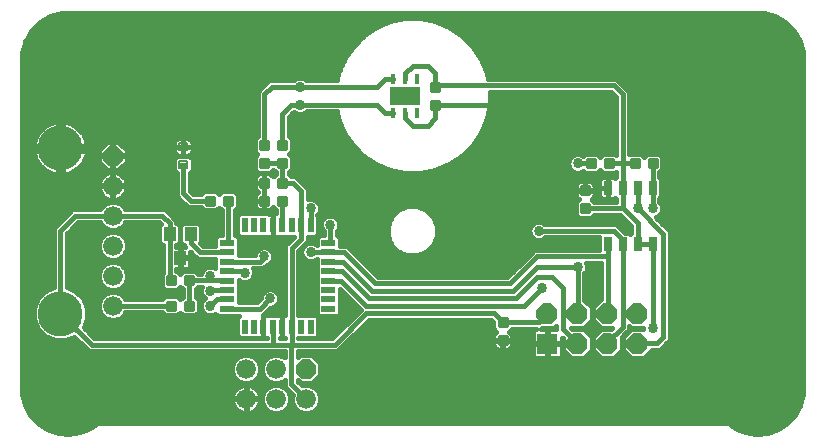
<source format=gtl>
G75*
%MOIN*%
%OFA0B0*%
%FSLAX25Y25*%
%IPPOS*%
%LPD*%
%AMOC8*
5,1,8,0,0,1.08239X$1,22.5*
%
%ADD10R,0.02200X0.05000*%
%ADD11R,0.05000X0.02200*%
%ADD12C,0.00875*%
%ADD13C,0.00750*%
%ADD14R,0.04000X0.04500*%
%ADD15OC8,0.06600*%
%ADD16C,0.06600*%
%ADD17R,0.01772X0.03346*%
%ADD18R,0.09843X0.06299*%
%ADD19R,0.07000X0.07000*%
%ADD20OC8,0.07000*%
%ADD21C,0.15000*%
%ADD22R,0.03000X0.04500*%
%ADD23C,0.01600*%
%ADD24C,0.03369*%
D10*
X0099060Y0044100D03*
X0102209Y0044100D03*
X0105359Y0044100D03*
X0108509Y0044100D03*
X0111658Y0044100D03*
X0114808Y0044100D03*
X0117957Y0044100D03*
X0121107Y0044100D03*
X0121107Y0077900D03*
X0117957Y0077900D03*
X0114808Y0077900D03*
X0111658Y0077900D03*
X0108509Y0077900D03*
X0105359Y0077900D03*
X0102209Y0077900D03*
X0099060Y0077900D03*
D11*
X0093183Y0072024D03*
X0093183Y0068874D03*
X0093183Y0065724D03*
X0093183Y0062575D03*
X0093183Y0059425D03*
X0093183Y0056276D03*
X0093183Y0053126D03*
X0093183Y0049976D03*
X0126983Y0049976D03*
X0126983Y0053126D03*
X0126983Y0056276D03*
X0126983Y0059425D03*
X0126983Y0062575D03*
X0126983Y0065724D03*
X0126983Y0068874D03*
X0126983Y0072024D03*
D12*
X0112896Y0087313D02*
X0110270Y0087313D01*
X0112896Y0087313D02*
X0112896Y0084687D01*
X0110270Y0084687D01*
X0110270Y0087313D01*
X0110270Y0085561D02*
X0112896Y0085561D01*
X0112896Y0086435D02*
X0110270Y0086435D01*
X0110270Y0087309D02*
X0112896Y0087309D01*
X0112896Y0093313D02*
X0110270Y0093313D01*
X0112896Y0093313D02*
X0112896Y0090687D01*
X0110270Y0090687D01*
X0110270Y0093313D01*
X0110270Y0091561D02*
X0112896Y0091561D01*
X0112896Y0092435D02*
X0110270Y0092435D01*
X0110270Y0093309D02*
X0112896Y0093309D01*
X0110270Y0097187D02*
X0110270Y0099813D01*
X0112896Y0099813D01*
X0112896Y0097187D01*
X0110270Y0097187D01*
X0110270Y0098061D02*
X0112896Y0098061D01*
X0112896Y0098935D02*
X0110270Y0098935D01*
X0110270Y0099809D02*
X0112896Y0099809D01*
X0110270Y0103187D02*
X0110270Y0105813D01*
X0112896Y0105813D01*
X0112896Y0103187D01*
X0110270Y0103187D01*
X0110270Y0104061D02*
X0112896Y0104061D01*
X0112896Y0104935D02*
X0110270Y0104935D01*
X0110270Y0105809D02*
X0112896Y0105809D01*
X0104270Y0105813D02*
X0104270Y0103187D01*
X0104270Y0105813D02*
X0106896Y0105813D01*
X0106896Y0103187D01*
X0104270Y0103187D01*
X0104270Y0104061D02*
X0106896Y0104061D01*
X0106896Y0104935D02*
X0104270Y0104935D01*
X0104270Y0105809D02*
X0106896Y0105809D01*
X0104270Y0099813D02*
X0104270Y0097187D01*
X0104270Y0099813D02*
X0106896Y0099813D01*
X0106896Y0097187D01*
X0104270Y0097187D01*
X0104270Y0098061D02*
X0106896Y0098061D01*
X0106896Y0098935D02*
X0104270Y0098935D01*
X0104270Y0099809D02*
X0106896Y0099809D01*
X0106896Y0093313D02*
X0104270Y0093313D01*
X0106896Y0093313D02*
X0106896Y0090687D01*
X0104270Y0090687D01*
X0104270Y0093313D01*
X0104270Y0091561D02*
X0106896Y0091561D01*
X0106896Y0092435D02*
X0104270Y0092435D01*
X0104270Y0093309D02*
X0106896Y0093309D01*
X0106896Y0087313D02*
X0104270Y0087313D01*
X0106896Y0087313D02*
X0106896Y0084687D01*
X0104270Y0084687D01*
X0104270Y0087313D01*
X0104270Y0085561D02*
X0106896Y0085561D01*
X0106896Y0086435D02*
X0104270Y0086435D01*
X0104270Y0087309D02*
X0106896Y0087309D01*
X0094896Y0087313D02*
X0092270Y0087313D01*
X0094896Y0087313D02*
X0094896Y0084687D01*
X0092270Y0084687D01*
X0092270Y0087313D01*
X0092270Y0085561D02*
X0094896Y0085561D01*
X0094896Y0086435D02*
X0092270Y0086435D01*
X0092270Y0087309D02*
X0094896Y0087309D01*
X0088896Y0087313D02*
X0086270Y0087313D01*
X0088896Y0087313D02*
X0088896Y0084687D01*
X0086270Y0084687D01*
X0086270Y0087313D01*
X0086270Y0085561D02*
X0088896Y0085561D01*
X0088896Y0086435D02*
X0086270Y0086435D01*
X0086270Y0087309D02*
X0088896Y0087309D01*
X0081896Y0060813D02*
X0079270Y0060813D01*
X0081896Y0060813D02*
X0081896Y0058187D01*
X0079270Y0058187D01*
X0079270Y0060813D01*
X0079270Y0059061D02*
X0081896Y0059061D01*
X0081896Y0059935D02*
X0079270Y0059935D01*
X0079270Y0060809D02*
X0081896Y0060809D01*
X0075896Y0060813D02*
X0073270Y0060813D01*
X0075896Y0060813D02*
X0075896Y0058187D01*
X0073270Y0058187D01*
X0073270Y0060813D01*
X0073270Y0059061D02*
X0075896Y0059061D01*
X0075896Y0059935D02*
X0073270Y0059935D01*
X0073270Y0060809D02*
X0075896Y0060809D01*
X0075896Y0049687D02*
X0073270Y0049687D01*
X0073270Y0052313D01*
X0075896Y0052313D01*
X0075896Y0049687D01*
X0075896Y0050561D02*
X0073270Y0050561D01*
X0073270Y0051435D02*
X0075896Y0051435D01*
X0075896Y0052309D02*
X0073270Y0052309D01*
X0079270Y0049687D02*
X0081896Y0049687D01*
X0079270Y0049687D02*
X0079270Y0052313D01*
X0081896Y0052313D01*
X0081896Y0049687D01*
X0081896Y0050561D02*
X0079270Y0050561D01*
X0079270Y0051435D02*
X0081896Y0051435D01*
X0081896Y0052309D02*
X0079270Y0052309D01*
X0186396Y0046813D02*
X0186396Y0044187D01*
X0183770Y0044187D01*
X0183770Y0046813D01*
X0186396Y0046813D01*
X0186396Y0045061D02*
X0183770Y0045061D01*
X0183770Y0045935D02*
X0186396Y0045935D01*
X0186396Y0046809D02*
X0183770Y0046809D01*
X0186396Y0040813D02*
X0186396Y0038187D01*
X0183770Y0038187D01*
X0183770Y0040813D01*
X0186396Y0040813D01*
X0186396Y0039061D02*
X0183770Y0039061D01*
X0183770Y0039935D02*
X0186396Y0039935D01*
X0186396Y0040809D02*
X0183770Y0040809D01*
X0213896Y0082187D02*
X0213896Y0084813D01*
X0213896Y0082187D02*
X0211270Y0082187D01*
X0211270Y0084813D01*
X0213896Y0084813D01*
X0213896Y0083061D02*
X0211270Y0083061D01*
X0211270Y0083935D02*
X0213896Y0083935D01*
X0213896Y0084809D02*
X0211270Y0084809D01*
X0213896Y0088187D02*
X0213896Y0090813D01*
X0213896Y0088187D02*
X0211270Y0088187D01*
X0211270Y0090813D01*
X0213896Y0090813D01*
X0213896Y0089061D02*
X0211270Y0089061D01*
X0211270Y0089935D02*
X0213896Y0089935D01*
X0213896Y0090809D02*
X0211270Y0090809D01*
X0213270Y0097187D02*
X0215896Y0097187D01*
X0213270Y0097187D02*
X0213270Y0099813D01*
X0215896Y0099813D01*
X0215896Y0097187D01*
X0215896Y0098061D02*
X0213270Y0098061D01*
X0213270Y0098935D02*
X0215896Y0098935D01*
X0215896Y0099809D02*
X0213270Y0099809D01*
X0219270Y0097187D02*
X0221896Y0097187D01*
X0219270Y0097187D02*
X0219270Y0099813D01*
X0221896Y0099813D01*
X0221896Y0097187D01*
X0221896Y0098061D02*
X0219270Y0098061D01*
X0219270Y0098935D02*
X0221896Y0098935D01*
X0221896Y0099809D02*
X0219270Y0099809D01*
X0227770Y0099813D02*
X0230396Y0099813D01*
X0230396Y0097187D01*
X0227770Y0097187D01*
X0227770Y0099813D01*
X0227770Y0098061D02*
X0230396Y0098061D01*
X0230396Y0098935D02*
X0227770Y0098935D01*
X0227770Y0099809D02*
X0230396Y0099809D01*
X0233770Y0099813D02*
X0236396Y0099813D01*
X0236396Y0097187D01*
X0233770Y0097187D01*
X0233770Y0099813D01*
X0233770Y0098061D02*
X0236396Y0098061D01*
X0236396Y0098935D02*
X0233770Y0098935D01*
X0233770Y0099809D02*
X0236396Y0099809D01*
X0161270Y0116687D02*
X0161270Y0119313D01*
X0163896Y0119313D01*
X0163896Y0116687D01*
X0161270Y0116687D01*
X0161270Y0117561D02*
X0163896Y0117561D01*
X0163896Y0118435D02*
X0161270Y0118435D01*
X0161270Y0119309D02*
X0163896Y0119309D01*
X0161270Y0122687D02*
X0161270Y0125313D01*
X0163896Y0125313D01*
X0163896Y0122687D01*
X0161270Y0122687D01*
X0161270Y0123561D02*
X0163896Y0123561D01*
X0163896Y0124435D02*
X0161270Y0124435D01*
X0161270Y0125309D02*
X0163896Y0125309D01*
D13*
X0079958Y0105125D02*
X0079958Y0102875D01*
X0077208Y0102875D01*
X0077208Y0105125D01*
X0079958Y0105125D01*
X0079958Y0103624D02*
X0077208Y0103624D01*
X0077208Y0104373D02*
X0079958Y0104373D01*
X0079958Y0105122D02*
X0077208Y0105122D01*
X0079958Y0099125D02*
X0079958Y0096875D01*
X0077208Y0096875D01*
X0077208Y0099125D01*
X0079958Y0099125D01*
X0079958Y0097624D02*
X0077208Y0097624D01*
X0077208Y0098373D02*
X0079958Y0098373D01*
X0079958Y0099122D02*
X0077208Y0099122D01*
D14*
X0074083Y0075000D03*
X0081083Y0075000D03*
X0077583Y0067000D03*
D15*
X0055083Y0101000D03*
X0119583Y0030000D03*
D16*
X0109583Y0030000D03*
X0099583Y0030000D03*
X0099583Y0020000D03*
X0109583Y0020000D03*
X0119583Y0020000D03*
X0055083Y0051000D03*
X0055083Y0061000D03*
X0055083Y0071000D03*
X0055083Y0081000D03*
X0055083Y0091000D03*
D17*
X0148646Y0115291D03*
X0152583Y0115291D03*
X0156520Y0115291D03*
X0156520Y0126709D03*
X0152583Y0126709D03*
X0148646Y0126709D03*
D18*
X0152583Y0121000D03*
D19*
X0200012Y0038434D03*
D20*
X0210012Y0038434D03*
X0220012Y0038434D03*
X0230012Y0038434D03*
X0230012Y0048434D03*
X0220012Y0048434D03*
X0210012Y0048434D03*
X0200012Y0048434D03*
D21*
X0037646Y0048441D03*
X0037646Y0103559D03*
D22*
X0220083Y0090300D03*
X0225083Y0090300D03*
X0230083Y0090300D03*
X0235083Y0090300D03*
X0235083Y0071700D03*
X0230083Y0071700D03*
X0225083Y0071700D03*
X0220083Y0071700D03*
D23*
X0027669Y0014729D02*
X0025907Y0018017D01*
X0024998Y0021635D01*
X0024883Y0023500D01*
X0024883Y0133500D01*
X0025013Y0135484D01*
X0026040Y0139317D01*
X0028024Y0142753D01*
X0030830Y0145559D01*
X0034267Y0147543D01*
X0038099Y0148570D01*
X0040083Y0148700D01*
X0270083Y0148700D01*
X0272067Y0148570D01*
X0275900Y0147543D01*
X0279337Y0145559D01*
X0282142Y0142753D01*
X0284126Y0139317D01*
X0285153Y0135484D01*
X0285283Y0133500D01*
X0285283Y0023500D01*
X0285168Y0021635D01*
X0284260Y0018017D01*
X0282498Y0014729D01*
X0279988Y0011970D01*
X0276881Y0009905D01*
X0273365Y0008658D01*
X0269651Y0008306D01*
X0265964Y0008869D01*
X0262524Y0010313D01*
X0261059Y0011277D01*
X0260536Y0011800D01*
X0260350Y0011800D01*
X0260201Y0011912D01*
X0259420Y0011800D01*
X0050747Y0011800D01*
X0049965Y0011912D01*
X0049817Y0011800D01*
X0049631Y0011800D01*
X0049108Y0011277D01*
X0047642Y0010313D01*
X0044203Y0008869D01*
X0040515Y0008306D01*
X0036802Y0008658D01*
X0033286Y0009905D01*
X0030179Y0011970D01*
X0027669Y0014729D01*
X0027669Y0014729D01*
X0027883Y0014494D02*
X0282284Y0014494D01*
X0283229Y0016093D02*
X0122323Y0016093D01*
X0122246Y0016016D02*
X0123568Y0017338D01*
X0124283Y0019065D01*
X0124283Y0020935D01*
X0123568Y0022662D01*
X0122246Y0023984D01*
X0120518Y0024700D01*
X0118648Y0024700D01*
X0118186Y0024508D01*
X0116783Y0025911D01*
X0116783Y0026153D01*
X0117637Y0025300D01*
X0121530Y0025300D01*
X0124283Y0028053D01*
X0124283Y0031947D01*
X0121530Y0034700D01*
X0117637Y0034700D01*
X0116783Y0033847D01*
X0116783Y0035800D01*
X0129995Y0035800D01*
X0140495Y0046300D01*
X0181172Y0046300D01*
X0181933Y0045539D01*
X0181933Y0043426D01*
X0182918Y0042442D01*
X0182643Y0042283D01*
X0182300Y0041941D01*
X0182059Y0041522D01*
X0181933Y0041054D01*
X0181933Y0039575D01*
X0185008Y0039575D01*
X0185008Y0039425D01*
X0181933Y0039425D01*
X0181933Y0037946D01*
X0182059Y0037478D01*
X0182300Y0037059D01*
X0182643Y0036717D01*
X0183062Y0036475D01*
X0183529Y0036350D01*
X0185008Y0036350D01*
X0185008Y0039425D01*
X0185158Y0039425D01*
X0185158Y0036350D01*
X0186638Y0036350D01*
X0187105Y0036475D01*
X0187524Y0036717D01*
X0187866Y0037059D01*
X0188108Y0037478D01*
X0188233Y0037946D01*
X0188233Y0039425D01*
X0185158Y0039425D01*
X0185158Y0039575D01*
X0188233Y0039575D01*
X0188233Y0041054D01*
X0188108Y0041522D01*
X0187866Y0041941D01*
X0187524Y0042283D01*
X0187249Y0042442D01*
X0188107Y0043300D01*
X0196202Y0043300D01*
X0195971Y0043238D01*
X0195652Y0043054D01*
X0195392Y0042793D01*
X0195207Y0042474D01*
X0195112Y0042118D01*
X0195112Y0038618D01*
X0199828Y0038618D01*
X0199828Y0043334D01*
X0198028Y0043334D01*
X0198228Y0043534D01*
X0202042Y0043534D01*
X0202883Y0044376D01*
X0202883Y0043334D01*
X0200196Y0043334D01*
X0200196Y0038618D01*
X0199828Y0038618D01*
X0199828Y0038250D01*
X0199828Y0038249D02*
X0200196Y0038249D01*
X0200196Y0033534D01*
X0203696Y0033534D01*
X0204052Y0033629D01*
X0204371Y0033814D01*
X0204632Y0034074D01*
X0204816Y0034393D01*
X0204912Y0034749D01*
X0204912Y0038250D01*
X0200196Y0038250D01*
X0200196Y0038618D01*
X0204912Y0038618D01*
X0204912Y0040423D01*
X0205112Y0040223D01*
X0205112Y0036404D01*
X0207982Y0033534D01*
X0212042Y0033534D01*
X0214912Y0036404D01*
X0214912Y0040463D01*
X0212042Y0043334D01*
X0208223Y0043334D01*
X0208023Y0043534D01*
X0212042Y0043534D01*
X0214912Y0046404D01*
X0214912Y0050463D01*
X0212283Y0053092D01*
X0212283Y0061838D01*
X0212698Y0062253D01*
X0213168Y0063386D01*
X0213168Y0064613D01*
X0212883Y0065300D01*
X0217883Y0065300D01*
X0217883Y0053235D01*
X0215112Y0050463D01*
X0215112Y0046404D01*
X0217982Y0043534D01*
X0221506Y0043534D01*
X0221306Y0043334D01*
X0217982Y0043334D01*
X0215112Y0040463D01*
X0215112Y0036404D01*
X0217982Y0033534D01*
X0222042Y0033534D01*
X0224912Y0036404D01*
X0224912Y0040463D01*
X0224785Y0040590D01*
X0225995Y0041800D01*
X0227283Y0043089D01*
X0227283Y0044233D01*
X0227982Y0043534D01*
X0231999Y0043534D01*
X0231999Y0043334D01*
X0227982Y0043334D01*
X0225112Y0040463D01*
X0225112Y0036404D01*
X0227982Y0033534D01*
X0232042Y0033534D01*
X0234808Y0036300D01*
X0237495Y0036300D01*
X0238783Y0037589D01*
X0240783Y0039589D01*
X0240783Y0075911D01*
X0239495Y0077200D01*
X0236108Y0080586D01*
X0236830Y0080885D01*
X0237698Y0081753D01*
X0238168Y0082886D01*
X0238168Y0084113D01*
X0237698Y0085247D01*
X0237283Y0085662D01*
X0237283Y0086770D01*
X0237983Y0087470D01*
X0237983Y0093130D01*
X0237283Y0093830D01*
X0237283Y0095476D01*
X0238233Y0096426D01*
X0238233Y0100574D01*
X0237157Y0101650D01*
X0233010Y0101650D01*
X0232083Y0100724D01*
X0231157Y0101650D01*
X0227283Y0101650D01*
X0227283Y0122411D01*
X0225995Y0123700D01*
X0222995Y0126700D01*
X0180255Y0126700D01*
X0179892Y0128526D01*
X0177947Y0133221D01*
X0175123Y0137447D01*
X0171530Y0141040D01*
X0167304Y0143864D01*
X0162609Y0145809D01*
X0157624Y0146800D01*
X0152542Y0146800D01*
X0147558Y0145809D01*
X0142862Y0143864D01*
X0138637Y0141040D01*
X0135043Y0137447D01*
X0132220Y0133221D01*
X0130275Y0128526D01*
X0129812Y0126200D01*
X0119745Y0126200D01*
X0119330Y0126615D01*
X0118197Y0127084D01*
X0116970Y0127084D01*
X0115836Y0126615D01*
X0115422Y0126200D01*
X0107172Y0126200D01*
X0105883Y0124911D01*
X0104672Y0123700D01*
X0103383Y0122411D01*
X0103383Y0107524D01*
X0102433Y0106574D01*
X0102433Y0102426D01*
X0103360Y0101500D01*
X0102433Y0100574D01*
X0102433Y0096426D01*
X0103510Y0095350D01*
X0107657Y0095350D01*
X0108583Y0096276D01*
X0109383Y0095476D01*
X0109383Y0095024D01*
X0108525Y0094165D01*
X0108366Y0094441D01*
X0108024Y0094783D01*
X0107605Y0095025D01*
X0107138Y0095150D01*
X0105658Y0095150D01*
X0105658Y0092075D01*
X0105508Y0092075D01*
X0105508Y0091925D01*
X0102433Y0091925D01*
X0102433Y0090446D01*
X0102559Y0089978D01*
X0102800Y0089559D01*
X0103143Y0089217D01*
X0103519Y0089000D01*
X0103143Y0088783D01*
X0102800Y0088441D01*
X0102559Y0088022D01*
X0102433Y0087554D01*
X0102433Y0086075D01*
X0105508Y0086075D01*
X0105508Y0085925D01*
X0102433Y0085925D01*
X0102433Y0084446D01*
X0102559Y0083978D01*
X0102800Y0083559D01*
X0103143Y0083217D01*
X0103562Y0082975D01*
X0104029Y0082850D01*
X0105508Y0082850D01*
X0105508Y0085925D01*
X0105658Y0085925D01*
X0105658Y0082850D01*
X0107138Y0082850D01*
X0107605Y0082975D01*
X0108024Y0083217D01*
X0108366Y0083559D01*
X0108525Y0083835D01*
X0109383Y0082976D01*
X0109383Y0081800D01*
X0108509Y0081800D01*
X0108509Y0077900D01*
X0108509Y0074000D01*
X0109793Y0074000D01*
X0109939Y0074039D01*
X0109978Y0074000D01*
X0115472Y0074000D01*
X0113896Y0072424D01*
X0112608Y0071136D01*
X0112608Y0048000D01*
X0111658Y0048000D01*
X0110374Y0048000D01*
X0110228Y0047961D01*
X0110188Y0048000D01*
X0106829Y0048000D01*
X0106789Y0047961D01*
X0106643Y0048000D01*
X0105359Y0048000D01*
X0105359Y0044100D01*
X0105359Y0044100D01*
X0105359Y0040200D01*
X0106383Y0040200D01*
X0048999Y0040200D01*
X0045369Y0043829D01*
X0046546Y0046671D01*
X0046546Y0050211D01*
X0045191Y0053482D01*
X0042688Y0055986D01*
X0039783Y0057189D01*
X0039783Y0075089D01*
X0043495Y0078800D01*
X0050907Y0078800D01*
X0051099Y0078338D01*
X0052421Y0077016D01*
X0054148Y0076300D01*
X0056018Y0076300D01*
X0057746Y0077016D01*
X0059068Y0078338D01*
X0059259Y0078800D01*
X0070672Y0078800D01*
X0071163Y0078309D01*
X0070683Y0077830D01*
X0070683Y0072170D01*
X0071503Y0071350D01*
X0071883Y0071350D01*
X0071883Y0062024D01*
X0071433Y0061574D01*
X0071433Y0057426D01*
X0072510Y0056350D01*
X0076657Y0056350D01*
X0077583Y0057276D01*
X0078383Y0056476D01*
X0078383Y0054024D01*
X0077583Y0053224D01*
X0076657Y0054150D01*
X0072510Y0054150D01*
X0071560Y0053200D01*
X0059259Y0053200D01*
X0059068Y0053662D01*
X0057746Y0054984D01*
X0056018Y0055700D01*
X0054148Y0055700D01*
X0052421Y0054984D01*
X0051099Y0053662D01*
X0050383Y0051935D01*
X0050383Y0050065D01*
X0051099Y0048338D01*
X0052421Y0047016D01*
X0054148Y0046300D01*
X0056018Y0046300D01*
X0057746Y0047016D01*
X0059068Y0048338D01*
X0059259Y0048800D01*
X0071560Y0048800D01*
X0072510Y0047850D01*
X0076657Y0047850D01*
X0077583Y0048776D01*
X0078510Y0047850D01*
X0082657Y0047850D01*
X0083733Y0048926D01*
X0083733Y0053074D01*
X0082783Y0054024D01*
X0082783Y0056476D01*
X0083607Y0057300D01*
X0084783Y0057300D01*
X0084499Y0056613D01*
X0084499Y0055386D01*
X0084969Y0054253D01*
X0085722Y0053500D01*
X0084969Y0052747D01*
X0084499Y0051613D01*
X0084499Y0050386D01*
X0084969Y0049253D01*
X0085836Y0048385D01*
X0086970Y0047916D01*
X0088197Y0047916D01*
X0089283Y0048366D01*
X0089283Y0048296D01*
X0090103Y0047476D01*
X0096263Y0047476D01*
X0096563Y0047776D01*
X0097156Y0047776D01*
X0096560Y0047180D01*
X0096560Y0041020D01*
X0097380Y0040200D01*
X0103889Y0040200D01*
X0103928Y0040239D01*
X0104075Y0040200D01*
X0105359Y0040200D01*
X0105359Y0044100D01*
X0105359Y0044100D01*
X0105359Y0048000D01*
X0105195Y0048000D01*
X0107610Y0050416D01*
X0108197Y0050416D01*
X0109330Y0050885D01*
X0110198Y0051753D01*
X0110668Y0052886D01*
X0110668Y0054113D01*
X0110198Y0055247D01*
X0109330Y0056115D01*
X0108197Y0056584D01*
X0106970Y0056584D01*
X0105836Y0056115D01*
X0104969Y0055247D01*
X0104499Y0054113D01*
X0104499Y0053527D01*
X0103148Y0052176D01*
X0097083Y0052176D01*
X0097083Y0059638D01*
X0097336Y0059385D01*
X0098470Y0058916D01*
X0099697Y0058916D01*
X0100830Y0059385D01*
X0101698Y0060253D01*
X0102168Y0061386D01*
X0102168Y0062613D01*
X0101790Y0063524D01*
X0105219Y0063524D01*
X0106110Y0064416D01*
X0106197Y0064416D01*
X0107330Y0064885D01*
X0108198Y0065753D01*
X0108668Y0066886D01*
X0108668Y0068113D01*
X0108198Y0069247D01*
X0107330Y0070115D01*
X0106197Y0070584D01*
X0104970Y0070584D01*
X0103836Y0070115D01*
X0102969Y0069247D01*
X0102499Y0068113D01*
X0102499Y0067924D01*
X0097083Y0067924D01*
X0097083Y0073704D01*
X0096263Y0074524D01*
X0095783Y0074524D01*
X0095783Y0082976D01*
X0096733Y0083926D01*
X0096733Y0088074D01*
X0095657Y0089150D01*
X0091510Y0089150D01*
X0090583Y0088224D01*
X0089657Y0089150D01*
X0085510Y0089150D01*
X0084560Y0088200D01*
X0081995Y0088200D01*
X0080783Y0089411D01*
X0080783Y0095190D01*
X0081733Y0096140D01*
X0081733Y0099860D01*
X0080694Y0100900D01*
X0076473Y0100900D01*
X0075433Y0099860D01*
X0075433Y0096140D01*
X0076383Y0095190D01*
X0076383Y0087589D01*
X0077672Y0086300D01*
X0080172Y0083800D01*
X0084560Y0083800D01*
X0085510Y0082850D01*
X0089657Y0082850D01*
X0090583Y0083776D01*
X0091383Y0082976D01*
X0091383Y0074524D01*
X0090103Y0074524D01*
X0089283Y0073704D01*
X0089283Y0071074D01*
X0085121Y0071074D01*
X0084254Y0071941D01*
X0084483Y0072170D01*
X0084483Y0077830D01*
X0083663Y0078650D01*
X0078503Y0078650D01*
X0077683Y0077830D01*
X0077683Y0072170D01*
X0078503Y0071350D01*
X0078883Y0071350D01*
X0078883Y0071089D01*
X0079322Y0070650D01*
X0077783Y0070650D01*
X0077783Y0067200D01*
X0077383Y0067200D01*
X0077383Y0070650D01*
X0076283Y0070650D01*
X0076283Y0071350D01*
X0076663Y0071350D01*
X0077483Y0072170D01*
X0077483Y0077830D01*
X0076663Y0078650D01*
X0076283Y0078650D01*
X0076283Y0079411D01*
X0073783Y0081911D01*
X0072495Y0083200D01*
X0059259Y0083200D01*
X0059068Y0083662D01*
X0057746Y0084984D01*
X0056018Y0085700D01*
X0054148Y0085700D01*
X0052421Y0084984D01*
X0051099Y0083662D01*
X0050907Y0083200D01*
X0041672Y0083200D01*
X0040383Y0081911D01*
X0035383Y0076911D01*
X0035383Y0057137D01*
X0032605Y0055986D01*
X0030101Y0053482D01*
X0028746Y0050211D01*
X0028746Y0046671D01*
X0030101Y0043399D01*
X0032605Y0040896D01*
X0035876Y0039541D01*
X0039417Y0039541D01*
X0042258Y0040718D01*
X0047176Y0035800D01*
X0112383Y0035800D01*
X0112383Y0033847D01*
X0112246Y0033984D01*
X0110518Y0034700D01*
X0108648Y0034700D01*
X0106921Y0033984D01*
X0105599Y0032662D01*
X0104883Y0030935D01*
X0104883Y0029065D01*
X0105599Y0027338D01*
X0106921Y0026016D01*
X0108648Y0025300D01*
X0110518Y0025300D01*
X0112246Y0026016D01*
X0112383Y0026153D01*
X0112383Y0024089D01*
X0115075Y0021397D01*
X0114883Y0020935D01*
X0114883Y0019065D01*
X0115599Y0017338D01*
X0116921Y0016016D01*
X0118648Y0015300D01*
X0120518Y0015300D01*
X0122246Y0016016D01*
X0123714Y0017691D02*
X0284085Y0017691D01*
X0284580Y0019290D02*
X0124283Y0019290D01*
X0124283Y0020888D02*
X0284981Y0020888D01*
X0285221Y0022487D02*
X0123640Y0022487D01*
X0122002Y0024085D02*
X0285283Y0024085D01*
X0285283Y0025684D02*
X0121914Y0025684D01*
X0123513Y0027282D02*
X0285283Y0027282D01*
X0285283Y0028881D02*
X0124283Y0028881D01*
X0124283Y0030479D02*
X0285283Y0030479D01*
X0285283Y0032078D02*
X0124152Y0032078D01*
X0122554Y0033676D02*
X0195890Y0033676D01*
X0195971Y0033629D02*
X0196328Y0033534D01*
X0199828Y0033534D01*
X0199828Y0038249D01*
X0199828Y0038250D02*
X0195112Y0038250D01*
X0195112Y0034749D01*
X0195207Y0034393D01*
X0195392Y0034074D01*
X0195652Y0033814D01*
X0195971Y0033629D01*
X0195112Y0035275D02*
X0116783Y0035275D01*
X0112383Y0035275D02*
X0024883Y0035275D01*
X0024883Y0036873D02*
X0046103Y0036873D01*
X0044504Y0038472D02*
X0024883Y0038472D01*
X0024883Y0040070D02*
X0034598Y0040070D01*
X0031832Y0041669D02*
X0024883Y0041669D01*
X0024883Y0043268D02*
X0030233Y0043268D01*
X0029494Y0044866D02*
X0024883Y0044866D01*
X0024883Y0046465D02*
X0028832Y0046465D01*
X0028746Y0048063D02*
X0024883Y0048063D01*
X0024883Y0049662D02*
X0028746Y0049662D01*
X0029181Y0051260D02*
X0024883Y0051260D01*
X0024883Y0052859D02*
X0029843Y0052859D01*
X0031076Y0054457D02*
X0024883Y0054457D01*
X0024883Y0056056D02*
X0032773Y0056056D01*
X0035383Y0057654D02*
X0024883Y0057654D01*
X0024883Y0059253D02*
X0035383Y0059253D01*
X0035383Y0060851D02*
X0024883Y0060851D01*
X0024883Y0062450D02*
X0035383Y0062450D01*
X0035383Y0064048D02*
X0024883Y0064048D01*
X0024883Y0065647D02*
X0035383Y0065647D01*
X0035383Y0067245D02*
X0024883Y0067245D01*
X0024883Y0068844D02*
X0035383Y0068844D01*
X0035383Y0070442D02*
X0024883Y0070442D01*
X0024883Y0072041D02*
X0035383Y0072041D01*
X0035383Y0073639D02*
X0024883Y0073639D01*
X0024883Y0075238D02*
X0035383Y0075238D01*
X0035383Y0076836D02*
X0024883Y0076836D01*
X0024883Y0078435D02*
X0036907Y0078435D01*
X0038505Y0080033D02*
X0024883Y0080033D01*
X0024883Y0081632D02*
X0040104Y0081632D01*
X0042583Y0081000D02*
X0055083Y0081000D01*
X0071583Y0081000D01*
X0074083Y0078500D01*
X0074083Y0075000D01*
X0074083Y0059500D01*
X0074583Y0059500D01*
X0071433Y0059253D02*
X0059447Y0059253D01*
X0059783Y0060065D02*
X0059068Y0058338D01*
X0057746Y0057016D01*
X0056018Y0056300D01*
X0054148Y0056300D01*
X0052421Y0057016D01*
X0051099Y0058338D01*
X0050383Y0060065D01*
X0050383Y0061935D01*
X0051099Y0063662D01*
X0052421Y0064984D01*
X0054148Y0065700D01*
X0056018Y0065700D01*
X0057746Y0064984D01*
X0059068Y0063662D01*
X0059783Y0061935D01*
X0059783Y0060065D01*
X0059783Y0060851D02*
X0071433Y0060851D01*
X0071883Y0062450D02*
X0059570Y0062450D01*
X0058682Y0064048D02*
X0071883Y0064048D01*
X0071883Y0065647D02*
X0056147Y0065647D01*
X0056018Y0066300D02*
X0054148Y0066300D01*
X0052421Y0067016D01*
X0051099Y0068338D01*
X0050383Y0070065D01*
X0050383Y0071935D01*
X0051099Y0073662D01*
X0052421Y0074984D01*
X0054148Y0075700D01*
X0056018Y0075700D01*
X0057746Y0074984D01*
X0059068Y0073662D01*
X0059783Y0071935D01*
X0059783Y0070065D01*
X0059068Y0068338D01*
X0057746Y0067016D01*
X0056018Y0066300D01*
X0054020Y0065647D02*
X0039783Y0065647D01*
X0039783Y0067245D02*
X0052191Y0067245D01*
X0050889Y0068844D02*
X0039783Y0068844D01*
X0039783Y0070442D02*
X0050383Y0070442D01*
X0050427Y0072041D02*
X0039783Y0072041D01*
X0039783Y0073639D02*
X0051089Y0073639D01*
X0053032Y0075238D02*
X0039932Y0075238D01*
X0041531Y0076836D02*
X0052854Y0076836D01*
X0051059Y0078435D02*
X0043129Y0078435D01*
X0042583Y0081000D02*
X0037583Y0076000D01*
X0037583Y0048441D01*
X0037646Y0048441D01*
X0048087Y0038000D01*
X0108583Y0038000D01*
X0108583Y0044100D01*
X0108509Y0044100D01*
X0105359Y0044866D02*
X0105359Y0044866D01*
X0105359Y0043268D02*
X0105359Y0043268D01*
X0105359Y0041669D02*
X0105359Y0041669D01*
X0106383Y0040200D02*
X0106383Y0040200D01*
X0108583Y0038000D02*
X0114583Y0038000D01*
X0114583Y0025000D01*
X0119583Y0020000D01*
X0114883Y0019290D02*
X0114283Y0019290D01*
X0114283Y0019065D02*
X0113568Y0017338D01*
X0112246Y0016016D01*
X0110518Y0015300D01*
X0108648Y0015300D01*
X0106921Y0016016D01*
X0105599Y0017338D01*
X0104883Y0019065D01*
X0104883Y0020935D01*
X0105599Y0022662D01*
X0106921Y0023984D01*
X0108648Y0024700D01*
X0110518Y0024700D01*
X0112246Y0023984D01*
X0113568Y0022662D01*
X0114283Y0020935D01*
X0114283Y0019065D01*
X0113714Y0017691D02*
X0115452Y0017691D01*
X0116844Y0016093D02*
X0112323Y0016093D01*
X0114283Y0020888D02*
X0114883Y0020888D01*
X0113985Y0022487D02*
X0113640Y0022487D01*
X0112387Y0024085D02*
X0112002Y0024085D01*
X0112383Y0025684D02*
X0111445Y0025684D01*
X0107722Y0025684D02*
X0101445Y0025684D01*
X0102246Y0026016D02*
X0103568Y0027338D01*
X0104283Y0029065D01*
X0104283Y0030935D01*
X0103568Y0032662D01*
X0102246Y0033984D01*
X0100518Y0034700D01*
X0098648Y0034700D01*
X0096921Y0033984D01*
X0095599Y0032662D01*
X0094883Y0030935D01*
X0094883Y0029065D01*
X0095599Y0027338D01*
X0096921Y0026016D01*
X0098648Y0025300D01*
X0100518Y0025300D01*
X0102246Y0026016D01*
X0103513Y0027282D02*
X0105654Y0027282D01*
X0104960Y0028881D02*
X0104207Y0028881D01*
X0104283Y0030479D02*
X0104883Y0030479D01*
X0105357Y0032078D02*
X0103810Y0032078D01*
X0102554Y0033676D02*
X0106613Y0033676D01*
X0114583Y0038000D02*
X0114808Y0038224D01*
X0114808Y0044100D01*
X0114808Y0070224D01*
X0117957Y0073374D01*
X0117957Y0077900D01*
X0117957Y0089126D01*
X0115083Y0092000D01*
X0111583Y0092000D01*
X0111583Y0098500D01*
X0105583Y0098500D01*
X0102433Y0099215D02*
X0081733Y0099215D01*
X0081733Y0097617D02*
X0102433Y0097617D01*
X0102841Y0096018D02*
X0081612Y0096018D01*
X0080783Y0094420D02*
X0102788Y0094420D01*
X0102800Y0094441D02*
X0102559Y0094022D01*
X0102433Y0093554D01*
X0102433Y0092075D01*
X0105508Y0092075D01*
X0105508Y0095150D01*
X0104029Y0095150D01*
X0103562Y0095025D01*
X0103143Y0094783D01*
X0102800Y0094441D01*
X0102433Y0092821D02*
X0080783Y0092821D01*
X0080783Y0091223D02*
X0102433Y0091223D01*
X0102763Y0089624D02*
X0080783Y0089624D01*
X0078583Y0088500D02*
X0078583Y0098000D01*
X0075433Y0097617D02*
X0058347Y0097617D01*
X0057030Y0096300D02*
X0055268Y0096300D01*
X0055268Y0100816D01*
X0055268Y0101184D01*
X0059783Y0101184D01*
X0059783Y0102947D01*
X0057030Y0105700D01*
X0055268Y0105700D01*
X0055268Y0101184D01*
X0054899Y0101184D01*
X0054899Y0100816D01*
X0050383Y0100816D01*
X0050383Y0099053D01*
X0053137Y0096300D01*
X0054899Y0096300D01*
X0054899Y0100816D01*
X0055268Y0100816D01*
X0059783Y0100816D01*
X0059783Y0099053D01*
X0057030Y0096300D01*
X0056887Y0095356D02*
X0056184Y0095584D01*
X0055453Y0095700D01*
X0055268Y0095700D01*
X0055268Y0091184D01*
X0059783Y0091184D01*
X0059783Y0091370D01*
X0059668Y0092101D01*
X0059439Y0092804D01*
X0059103Y0093463D01*
X0058668Y0094062D01*
X0058145Y0094585D01*
X0057547Y0095020D01*
X0056887Y0095356D01*
X0058310Y0094420D02*
X0076383Y0094420D01*
X0076383Y0092821D02*
X0059430Y0092821D01*
X0059783Y0091223D02*
X0076383Y0091223D01*
X0076383Y0089624D02*
X0059578Y0089624D01*
X0059668Y0089899D02*
X0059783Y0090630D01*
X0059783Y0090816D01*
X0055268Y0090816D01*
X0055268Y0091184D01*
X0054899Y0091184D01*
X0054899Y0090816D01*
X0050383Y0090816D01*
X0050383Y0090630D01*
X0050499Y0089899D01*
X0050728Y0089196D01*
X0051064Y0088537D01*
X0051498Y0087938D01*
X0052021Y0087415D01*
X0052620Y0086980D01*
X0053279Y0086644D01*
X0053983Y0086416D01*
X0054713Y0086300D01*
X0054899Y0086300D01*
X0054899Y0090816D01*
X0055268Y0090816D01*
X0055268Y0086300D01*
X0055453Y0086300D01*
X0056184Y0086416D01*
X0056887Y0086644D01*
X0057547Y0086980D01*
X0058145Y0087415D01*
X0058668Y0087938D01*
X0059103Y0088537D01*
X0059439Y0089196D01*
X0059668Y0089899D01*
X0058732Y0088026D02*
X0076383Y0088026D01*
X0077545Y0086427D02*
X0056220Y0086427D01*
X0055268Y0086427D02*
X0054899Y0086427D01*
X0053947Y0086427D02*
X0024883Y0086427D01*
X0024883Y0084829D02*
X0052265Y0084829D01*
X0050920Y0083230D02*
X0024883Y0083230D01*
X0024883Y0088026D02*
X0051435Y0088026D01*
X0050588Y0089624D02*
X0024883Y0089624D01*
X0024883Y0091223D02*
X0050383Y0091223D01*
X0050383Y0091184D02*
X0054899Y0091184D01*
X0054899Y0095700D01*
X0054713Y0095700D01*
X0053983Y0095584D01*
X0053279Y0095356D01*
X0052620Y0095020D01*
X0052021Y0094585D01*
X0051498Y0094062D01*
X0051064Y0093463D01*
X0050728Y0092804D01*
X0050499Y0092101D01*
X0050383Y0091370D01*
X0050383Y0091184D01*
X0050736Y0092821D02*
X0024883Y0092821D01*
X0024883Y0094420D02*
X0051856Y0094420D01*
X0054899Y0094420D02*
X0055268Y0094420D01*
X0055268Y0092821D02*
X0054899Y0092821D01*
X0054899Y0091223D02*
X0055268Y0091223D01*
X0055268Y0089624D02*
X0054899Y0089624D01*
X0054899Y0088026D02*
X0055268Y0088026D01*
X0057901Y0084829D02*
X0079143Y0084829D01*
X0081083Y0086000D02*
X0078583Y0088500D01*
X0081083Y0086000D02*
X0087583Y0086000D01*
X0085129Y0083230D02*
X0059247Y0083230D01*
X0059108Y0078435D02*
X0071037Y0078435D01*
X0070683Y0076836D02*
X0057313Y0076836D01*
X0057134Y0075238D02*
X0070683Y0075238D01*
X0070683Y0073639D02*
X0059077Y0073639D01*
X0059739Y0072041D02*
X0070813Y0072041D01*
X0071883Y0070442D02*
X0059783Y0070442D01*
X0059277Y0068844D02*
X0071883Y0068844D01*
X0071883Y0067245D02*
X0057975Y0067245D01*
X0051485Y0064048D02*
X0039783Y0064048D01*
X0039783Y0062450D02*
X0050597Y0062450D01*
X0050383Y0060851D02*
X0039783Y0060851D01*
X0039783Y0059253D02*
X0050720Y0059253D01*
X0051782Y0057654D02*
X0039783Y0057654D01*
X0042520Y0056056D02*
X0078383Y0056056D01*
X0078383Y0054457D02*
X0058273Y0054457D01*
X0058384Y0057654D02*
X0071433Y0057654D01*
X0076657Y0062650D02*
X0077583Y0061724D01*
X0078510Y0062650D01*
X0082657Y0062650D01*
X0083607Y0061700D01*
X0084535Y0061700D01*
X0084969Y0062747D01*
X0085836Y0063615D01*
X0086970Y0064084D01*
X0088197Y0064084D01*
X0089283Y0063634D01*
X0089283Y0066674D01*
X0085121Y0066674D01*
X0083298Y0066674D01*
X0080983Y0068989D01*
X0080983Y0067200D01*
X0077783Y0067200D01*
X0077783Y0066800D01*
X0077783Y0063350D01*
X0079768Y0063350D01*
X0080124Y0063445D01*
X0080443Y0063630D01*
X0080704Y0063890D01*
X0080888Y0064210D01*
X0080983Y0064566D01*
X0080983Y0066800D01*
X0077783Y0066800D01*
X0077383Y0066800D01*
X0077383Y0063350D01*
X0076283Y0063350D01*
X0076283Y0062650D01*
X0076657Y0062650D01*
X0076857Y0062450D02*
X0078309Y0062450D01*
X0077783Y0064048D02*
X0077383Y0064048D01*
X0077383Y0065647D02*
X0077783Y0065647D01*
X0077783Y0067245D02*
X0077383Y0067245D01*
X0077383Y0068844D02*
X0077783Y0068844D01*
X0077783Y0070442D02*
X0077383Y0070442D01*
X0077354Y0072041D02*
X0077813Y0072041D01*
X0077683Y0073639D02*
X0077483Y0073639D01*
X0077483Y0075238D02*
X0077683Y0075238D01*
X0077683Y0076836D02*
X0077483Y0076836D01*
X0076878Y0078435D02*
X0078288Y0078435D01*
X0075661Y0080033D02*
X0091383Y0080033D01*
X0091383Y0078435D02*
X0083878Y0078435D01*
X0084483Y0076836D02*
X0091383Y0076836D01*
X0091383Y0075238D02*
X0084483Y0075238D01*
X0084483Y0073639D02*
X0089283Y0073639D01*
X0089283Y0072041D02*
X0084354Y0072041D01*
X0084209Y0068874D02*
X0081083Y0072000D01*
X0081083Y0075000D01*
X0080983Y0068844D02*
X0081128Y0068844D01*
X0080983Y0067245D02*
X0082727Y0067245D01*
X0084209Y0068874D02*
X0093183Y0068874D01*
X0093183Y0065724D02*
X0104308Y0065724D01*
X0105583Y0067000D01*
X0105583Y0067500D01*
X0102802Y0068844D02*
X0097083Y0068844D01*
X0097083Y0070442D02*
X0104627Y0070442D01*
X0106540Y0070442D02*
X0112608Y0070442D01*
X0112608Y0068844D02*
X0108365Y0068844D01*
X0108668Y0067245D02*
X0112608Y0067245D01*
X0112608Y0065647D02*
X0108092Y0065647D01*
X0105743Y0064048D02*
X0112608Y0064048D01*
X0112608Y0062450D02*
X0102168Y0062450D01*
X0101946Y0060851D02*
X0112608Y0060851D01*
X0112608Y0059253D02*
X0100510Y0059253D01*
X0097657Y0059253D02*
X0097083Y0059253D01*
X0097083Y0057654D02*
X0112608Y0057654D01*
X0112608Y0056056D02*
X0109390Y0056056D01*
X0110525Y0054457D02*
X0112608Y0054457D01*
X0112608Y0052859D02*
X0110656Y0052859D01*
X0109705Y0051260D02*
X0112608Y0051260D01*
X0112608Y0049662D02*
X0106856Y0049662D01*
X0105258Y0048063D02*
X0112608Y0048063D01*
X0111658Y0048000D02*
X0111658Y0044100D01*
X0111658Y0048000D01*
X0111658Y0046465D02*
X0111658Y0046465D01*
X0111658Y0044866D02*
X0111658Y0044866D01*
X0111658Y0044100D02*
X0111658Y0044100D01*
X0111658Y0044100D01*
X0111658Y0040200D01*
X0110783Y0040200D01*
X0110783Y0040200D01*
X0112608Y0040200D01*
X0112608Y0040200D01*
X0111658Y0040200D01*
X0111658Y0044100D01*
X0111658Y0043268D02*
X0111658Y0043268D01*
X0111658Y0041669D02*
X0111658Y0041669D01*
X0117008Y0040200D02*
X0122787Y0040200D01*
X0123607Y0041020D01*
X0123607Y0047180D01*
X0122787Y0048000D01*
X0117008Y0048000D01*
X0117008Y0069313D01*
X0120157Y0072463D01*
X0120157Y0074000D01*
X0122787Y0074000D01*
X0123607Y0074820D01*
X0123607Y0080980D01*
X0123283Y0081304D01*
X0123283Y0081338D01*
X0123698Y0081753D01*
X0124168Y0082886D01*
X0124168Y0084113D01*
X0123698Y0085247D01*
X0122830Y0086115D01*
X0121697Y0086584D01*
X0120470Y0086584D01*
X0120157Y0086455D01*
X0120157Y0090037D01*
X0117283Y0092911D01*
X0115995Y0094200D01*
X0114607Y0094200D01*
X0113783Y0095024D01*
X0113783Y0095476D01*
X0114733Y0096426D01*
X0114733Y0100574D01*
X0113807Y0101500D01*
X0114733Y0102426D01*
X0114733Y0106574D01*
X0113783Y0107524D01*
X0113783Y0114089D01*
X0115458Y0115763D01*
X0115836Y0115385D01*
X0116970Y0114916D01*
X0118197Y0114916D01*
X0119330Y0115385D01*
X0119745Y0115800D01*
X0129812Y0115800D01*
X0130275Y0113474D01*
X0132220Y0108779D01*
X0135043Y0104553D01*
X0138637Y0100960D01*
X0142862Y0098136D01*
X0147558Y0096191D01*
X0152542Y0095200D01*
X0157624Y0095200D01*
X0162609Y0096191D01*
X0167304Y0098136D01*
X0171530Y0100960D01*
X0175123Y0104553D01*
X0177947Y0108779D01*
X0179892Y0113474D01*
X0180883Y0118459D01*
X0180883Y0122300D01*
X0221172Y0122300D01*
X0222883Y0120589D01*
X0222883Y0101424D01*
X0222657Y0101650D01*
X0218510Y0101650D01*
X0217583Y0100724D01*
X0216657Y0101650D01*
X0212510Y0101650D01*
X0211902Y0101043D01*
X0211830Y0101115D01*
X0210697Y0101584D01*
X0209470Y0101584D01*
X0208336Y0101115D01*
X0207469Y0100247D01*
X0206999Y0099113D01*
X0206999Y0097886D01*
X0207469Y0096753D01*
X0208336Y0095885D01*
X0209470Y0095416D01*
X0210697Y0095416D01*
X0211830Y0095885D01*
X0211902Y0095957D01*
X0212510Y0095350D01*
X0216657Y0095350D01*
X0217583Y0096276D01*
X0218510Y0095350D01*
X0222657Y0095350D01*
X0222883Y0095576D01*
X0222883Y0093830D01*
X0222583Y0093530D01*
X0222443Y0093670D01*
X0222124Y0093855D01*
X0221768Y0093950D01*
X0220083Y0093950D01*
X0218399Y0093950D01*
X0218043Y0093855D01*
X0217724Y0093670D01*
X0217463Y0093410D01*
X0217279Y0093090D01*
X0217183Y0092734D01*
X0217183Y0090300D01*
X0217183Y0087866D01*
X0217279Y0087510D01*
X0217463Y0087190D01*
X0217724Y0086930D01*
X0218043Y0086745D01*
X0218399Y0086650D01*
X0220083Y0086650D01*
X0220083Y0090300D01*
X0220083Y0090300D01*
X0217183Y0090300D01*
X0220083Y0090300D01*
X0220083Y0090300D01*
X0220083Y0093950D01*
X0220083Y0090300D01*
X0220083Y0090300D01*
X0220083Y0086650D01*
X0221768Y0086650D01*
X0222124Y0086745D01*
X0222443Y0086930D01*
X0222583Y0087070D01*
X0222883Y0086770D01*
X0222883Y0085700D01*
X0215607Y0085700D01*
X0214749Y0086558D01*
X0215024Y0086717D01*
X0215366Y0087059D01*
X0215608Y0087478D01*
X0215733Y0087946D01*
X0215733Y0089425D01*
X0212658Y0089425D01*
X0212658Y0089575D01*
X0212508Y0089575D01*
X0212508Y0089425D01*
X0209433Y0089425D01*
X0209433Y0087946D01*
X0209559Y0087478D01*
X0209800Y0087059D01*
X0210143Y0086717D01*
X0210418Y0086558D01*
X0209433Y0085574D01*
X0209433Y0081426D01*
X0210510Y0080350D01*
X0214657Y0080350D01*
X0215607Y0081300D01*
X0224172Y0081300D01*
X0227883Y0077589D01*
X0227883Y0075230D01*
X0227583Y0074930D01*
X0227163Y0075350D01*
X0225845Y0075350D01*
X0224283Y0076911D01*
X0222995Y0078200D01*
X0199245Y0078200D01*
X0198830Y0078615D01*
X0197697Y0079084D01*
X0196470Y0079084D01*
X0195336Y0078615D01*
X0194469Y0077747D01*
X0193999Y0076613D01*
X0193999Y0075386D01*
X0194469Y0074253D01*
X0195336Y0073385D01*
X0196470Y0072916D01*
X0197697Y0072916D01*
X0198830Y0073385D01*
X0199245Y0073800D01*
X0217183Y0073800D01*
X0217183Y0069700D01*
X0195672Y0069700D01*
X0194383Y0068411D01*
X0186672Y0060700D01*
X0143495Y0060700D01*
X0134409Y0069785D01*
X0134409Y0069785D01*
X0133121Y0071074D01*
X0130883Y0071074D01*
X0130883Y0073704D01*
X0130063Y0074524D01*
X0129783Y0074524D01*
X0129783Y0075838D01*
X0130198Y0076253D01*
X0130668Y0077386D01*
X0130668Y0078613D01*
X0130198Y0079747D01*
X0129330Y0080615D01*
X0128197Y0081084D01*
X0126970Y0081084D01*
X0125836Y0080615D01*
X0124969Y0079747D01*
X0124499Y0078613D01*
X0124499Y0077386D01*
X0124969Y0076253D01*
X0125383Y0075838D01*
X0125383Y0074524D01*
X0123903Y0074524D01*
X0123083Y0073704D01*
X0123083Y0071362D01*
X0122830Y0071615D01*
X0121697Y0072084D01*
X0120470Y0072084D01*
X0119336Y0071615D01*
X0118469Y0070747D01*
X0117999Y0069613D01*
X0117999Y0068386D01*
X0118469Y0067253D01*
X0119336Y0066385D01*
X0120470Y0065916D01*
X0121697Y0065916D01*
X0122830Y0066385D01*
X0123083Y0066638D01*
X0123083Y0048296D01*
X0123903Y0047476D01*
X0130063Y0047476D01*
X0130883Y0048296D01*
X0130883Y0056589D01*
X0137722Y0049750D01*
X0128172Y0040200D01*
X0117008Y0040200D01*
X0117008Y0040200D01*
X0114583Y0038000D02*
X0129083Y0038000D01*
X0139583Y0048500D01*
X0182083Y0048500D01*
X0185083Y0045500D01*
X0197083Y0045500D01*
X0200012Y0048429D01*
X0200012Y0048434D01*
X0199828Y0043268D02*
X0200196Y0043268D01*
X0200196Y0041669D02*
X0199828Y0041669D01*
X0199828Y0040070D02*
X0200196Y0040070D01*
X0200196Y0038472D02*
X0205112Y0038472D01*
X0205112Y0040070D02*
X0204912Y0040070D01*
X0199828Y0038472D02*
X0188233Y0038472D01*
X0188233Y0040070D02*
X0195112Y0040070D01*
X0195112Y0041669D02*
X0188023Y0041669D01*
X0188074Y0043268D02*
X0196080Y0043268D01*
X0205083Y0043362D02*
X0205083Y0057000D01*
X0201583Y0060500D01*
X0196583Y0060500D01*
X0189583Y0053500D01*
X0140583Y0053500D01*
X0131509Y0062575D01*
X0126983Y0062575D01*
X0126983Y0065724D02*
X0131859Y0065724D01*
X0141583Y0056000D01*
X0188583Y0056000D01*
X0196583Y0064000D01*
X0210083Y0064000D01*
X0210083Y0048434D01*
X0210012Y0048434D01*
X0214115Y0051260D02*
X0215909Y0051260D01*
X0215112Y0049662D02*
X0214912Y0049662D01*
X0214912Y0048063D02*
X0215112Y0048063D01*
X0215112Y0046465D02*
X0214912Y0046465D01*
X0213374Y0044866D02*
X0216650Y0044866D01*
X0217916Y0043268D02*
X0212108Y0043268D01*
X0213706Y0041669D02*
X0216317Y0041669D01*
X0215112Y0040070D02*
X0214912Y0040070D01*
X0214912Y0038472D02*
X0215112Y0038472D01*
X0215112Y0036873D02*
X0214912Y0036873D01*
X0213783Y0035275D02*
X0216241Y0035275D01*
X0217840Y0033676D02*
X0212184Y0033676D01*
X0207840Y0033676D02*
X0204134Y0033676D01*
X0204912Y0035275D02*
X0206241Y0035275D01*
X0205112Y0036873D02*
X0204912Y0036873D01*
X0200196Y0036873D02*
X0199828Y0036873D01*
X0199828Y0035275D02*
X0200196Y0035275D01*
X0200196Y0033676D02*
X0199828Y0033676D01*
X0195112Y0036873D02*
X0187680Y0036873D01*
X0185158Y0036873D02*
X0185008Y0036873D01*
X0185008Y0038472D02*
X0185158Y0038472D01*
X0182486Y0036873D02*
X0131068Y0036873D01*
X0132667Y0038472D02*
X0181933Y0038472D01*
X0181933Y0040070D02*
X0134265Y0040070D01*
X0135864Y0041669D02*
X0182144Y0041669D01*
X0182092Y0043268D02*
X0137462Y0043268D01*
X0139061Y0044866D02*
X0181933Y0044866D01*
X0192083Y0051000D02*
X0198083Y0057000D01*
X0192083Y0051000D02*
X0139583Y0051000D01*
X0131158Y0059425D01*
X0126983Y0059425D01*
X0123083Y0059253D02*
X0117008Y0059253D01*
X0117008Y0060851D02*
X0123083Y0060851D01*
X0123083Y0062450D02*
X0117008Y0062450D01*
X0117008Y0064048D02*
X0123083Y0064048D01*
X0123083Y0065647D02*
X0117008Y0065647D01*
X0117008Y0067245D02*
X0118476Y0067245D01*
X0117999Y0068844D02*
X0117008Y0068844D01*
X0118137Y0070442D02*
X0118342Y0070442D01*
X0119735Y0072041D02*
X0120365Y0072041D01*
X0121802Y0072041D02*
X0123083Y0072041D01*
X0123083Y0073639D02*
X0120157Y0073639D01*
X0115111Y0073639D02*
X0097083Y0073639D01*
X0097380Y0074000D02*
X0107039Y0074000D01*
X0107078Y0074039D01*
X0107224Y0074000D01*
X0108508Y0074000D01*
X0108508Y0077900D01*
X0108509Y0077900D01*
X0108508Y0077900D01*
X0108508Y0081800D01*
X0107224Y0081800D01*
X0107078Y0081761D01*
X0107039Y0081800D01*
X0097380Y0081800D01*
X0096560Y0080980D01*
X0096560Y0074820D01*
X0097380Y0074000D01*
X0096560Y0075238D02*
X0095783Y0075238D01*
X0095783Y0076836D02*
X0096560Y0076836D01*
X0096560Y0078435D02*
X0095783Y0078435D01*
X0095783Y0080033D02*
X0096560Y0080033D01*
X0097212Y0081632D02*
X0095783Y0081632D01*
X0096037Y0083230D02*
X0103129Y0083230D01*
X0102433Y0084829D02*
X0096733Y0084829D01*
X0096733Y0086427D02*
X0102433Y0086427D01*
X0102561Y0088026D02*
X0096733Y0088026D01*
X0093583Y0086000D02*
X0093583Y0072424D01*
X0093183Y0072024D01*
X0097083Y0072041D02*
X0113513Y0072041D01*
X0108508Y0075238D02*
X0108509Y0075238D01*
X0108508Y0076836D02*
X0108509Y0076836D01*
X0108508Y0078435D02*
X0108509Y0078435D01*
X0108508Y0080033D02*
X0108509Y0080033D01*
X0108508Y0081632D02*
X0108509Y0081632D01*
X0108037Y0083230D02*
X0109129Y0083230D01*
X0105658Y0083230D02*
X0105508Y0083230D01*
X0105508Y0084829D02*
X0105658Y0084829D01*
X0105658Y0086075D02*
X0105508Y0086075D01*
X0105508Y0091925D01*
X0105658Y0091925D01*
X0105658Y0089150D01*
X0105658Y0086075D01*
X0105658Y0086427D02*
X0105508Y0086427D01*
X0105508Y0088026D02*
X0105658Y0088026D01*
X0105658Y0089624D02*
X0105508Y0089624D01*
X0105508Y0091223D02*
X0105658Y0091223D01*
X0105658Y0092821D02*
X0105508Y0092821D01*
X0105508Y0094420D02*
X0105658Y0094420D01*
X0108378Y0094420D02*
X0108780Y0094420D01*
X0108841Y0096018D02*
X0108325Y0096018D01*
X0114325Y0096018D02*
X0148428Y0096018D01*
X0144116Y0097617D02*
X0114733Y0097617D01*
X0114733Y0099215D02*
X0141247Y0099215D01*
X0138855Y0100814D02*
X0114493Y0100814D01*
X0114719Y0102412D02*
X0137184Y0102412D01*
X0135586Y0104011D02*
X0114733Y0104011D01*
X0114733Y0105609D02*
X0134338Y0105609D01*
X0133269Y0107208D02*
X0114099Y0107208D01*
X0113783Y0108806D02*
X0132208Y0108806D01*
X0131546Y0110405D02*
X0113783Y0110405D01*
X0113783Y0112003D02*
X0130884Y0112003D01*
X0130249Y0113602D02*
X0113783Y0113602D01*
X0114895Y0115201D02*
X0116282Y0115201D01*
X0118884Y0115201D02*
X0129931Y0115201D01*
X0117583Y0118000D02*
X0114583Y0118000D01*
X0111583Y0115000D01*
X0111583Y0104500D01*
X0105583Y0104500D02*
X0105583Y0121500D01*
X0108083Y0124000D01*
X0117583Y0124000D01*
X0143083Y0124000D01*
X0145792Y0126709D01*
X0148646Y0126709D01*
X0152583Y0126709D02*
X0152583Y0128500D01*
X0155083Y0131000D01*
X0160083Y0131000D01*
X0162583Y0128500D01*
X0162583Y0124500D01*
X0222083Y0124500D01*
X0225083Y0121500D01*
X0225083Y0098500D01*
X0225083Y0090300D01*
X0225083Y0083500D01*
X0212583Y0083500D01*
X0209433Y0083230D02*
X0158956Y0083230D01*
X0159617Y0082956D02*
X0156601Y0084205D01*
X0153337Y0084205D01*
X0150321Y0082956D01*
X0148013Y0080648D01*
X0146764Y0077632D01*
X0146764Y0074368D01*
X0148013Y0071352D01*
X0150321Y0069044D01*
X0153337Y0067794D01*
X0156601Y0067794D01*
X0159617Y0069044D01*
X0161925Y0071352D01*
X0163175Y0074368D01*
X0163175Y0077632D01*
X0161925Y0080648D01*
X0159617Y0082956D01*
X0160942Y0081632D02*
X0209433Y0081632D01*
X0209433Y0084829D02*
X0123871Y0084829D01*
X0124168Y0083230D02*
X0150983Y0083230D01*
X0148997Y0081632D02*
X0123577Y0081632D01*
X0123607Y0080033D02*
X0125255Y0080033D01*
X0124499Y0078435D02*
X0123607Y0078435D01*
X0123607Y0076836D02*
X0124727Y0076836D01*
X0125383Y0075238D02*
X0123607Y0075238D01*
X0121107Y0077900D02*
X0121083Y0077924D01*
X0121083Y0083500D01*
X0122076Y0086427D02*
X0210287Y0086427D01*
X0209433Y0088026D02*
X0120157Y0088026D01*
X0120157Y0089624D02*
X0209433Y0089624D01*
X0209433Y0089575D02*
X0212508Y0089575D01*
X0212508Y0092650D01*
X0211029Y0092650D01*
X0210562Y0092525D01*
X0210143Y0092283D01*
X0209800Y0091941D01*
X0209559Y0091522D01*
X0209433Y0091054D01*
X0209433Y0089575D01*
X0209478Y0091223D02*
X0118972Y0091223D01*
X0117373Y0092821D02*
X0217207Y0092821D01*
X0217183Y0091223D02*
X0215688Y0091223D01*
X0215733Y0091054D02*
X0215608Y0091522D01*
X0215366Y0091941D01*
X0215024Y0092283D01*
X0214605Y0092525D01*
X0214138Y0092650D01*
X0212658Y0092650D01*
X0212658Y0089575D01*
X0215733Y0089575D01*
X0215733Y0091054D01*
X0215733Y0089624D02*
X0217183Y0089624D01*
X0217183Y0088026D02*
X0215733Y0088026D01*
X0214880Y0086427D02*
X0222883Y0086427D01*
X0220083Y0088026D02*
X0220083Y0088026D01*
X0220083Y0089624D02*
X0220083Y0089624D01*
X0220083Y0091223D02*
X0220083Y0091223D01*
X0220083Y0092821D02*
X0220083Y0092821D01*
X0222883Y0094420D02*
X0114387Y0094420D01*
X0111583Y0086000D02*
X0111583Y0077975D01*
X0111658Y0077900D01*
X0121083Y0069000D02*
X0121209Y0068874D01*
X0126983Y0068874D01*
X0132209Y0068874D01*
X0142583Y0058500D01*
X0187583Y0058500D01*
X0196583Y0067500D01*
X0220083Y0067500D01*
X0220083Y0071700D01*
X0217183Y0072041D02*
X0162211Y0072041D01*
X0162873Y0073639D02*
X0195082Y0073639D01*
X0194061Y0075238D02*
X0163175Y0075238D01*
X0163175Y0076836D02*
X0194091Y0076836D01*
X0195156Y0078435D02*
X0162842Y0078435D01*
X0162180Y0080033D02*
X0225439Y0080033D01*
X0227037Y0078435D02*
X0199010Y0078435D01*
X0197083Y0076000D02*
X0222083Y0076000D01*
X0225083Y0073000D01*
X0225083Y0071700D01*
X0225083Y0044000D01*
X0220012Y0038929D01*
X0220012Y0038434D01*
X0224912Y0038472D02*
X0225112Y0038472D01*
X0225112Y0040070D02*
X0224912Y0040070D01*
X0225864Y0041669D02*
X0226317Y0041669D01*
X0227283Y0043268D02*
X0227916Y0043268D01*
X0230078Y0038500D02*
X0230012Y0038434D01*
X0230078Y0038500D02*
X0236583Y0038500D01*
X0238583Y0040500D01*
X0238583Y0075000D01*
X0230083Y0083500D01*
X0230083Y0090300D01*
X0235083Y0090300D02*
X0235083Y0098500D01*
X0238233Y0099215D02*
X0285283Y0099215D01*
X0285283Y0097617D02*
X0238233Y0097617D01*
X0237825Y0096018D02*
X0285283Y0096018D01*
X0285283Y0094420D02*
X0237283Y0094420D01*
X0237983Y0092821D02*
X0285283Y0092821D01*
X0285283Y0091223D02*
X0237983Y0091223D01*
X0237983Y0089624D02*
X0285283Y0089624D01*
X0285283Y0088026D02*
X0237983Y0088026D01*
X0237283Y0086427D02*
X0285283Y0086427D01*
X0285283Y0084829D02*
X0237871Y0084829D01*
X0238168Y0083230D02*
X0285283Y0083230D01*
X0285283Y0081632D02*
X0237577Y0081632D01*
X0236661Y0080033D02*
X0285283Y0080033D01*
X0285283Y0078435D02*
X0238260Y0078435D01*
X0239858Y0076836D02*
X0285283Y0076836D01*
X0285283Y0075238D02*
X0240783Y0075238D01*
X0240783Y0073639D02*
X0285283Y0073639D01*
X0285283Y0072041D02*
X0240783Y0072041D01*
X0240783Y0070442D02*
X0285283Y0070442D01*
X0285283Y0068844D02*
X0240783Y0068844D01*
X0240783Y0067245D02*
X0285283Y0067245D01*
X0285283Y0065647D02*
X0240783Y0065647D01*
X0240783Y0064048D02*
X0285283Y0064048D01*
X0285283Y0062450D02*
X0240783Y0062450D01*
X0240783Y0060851D02*
X0285283Y0060851D01*
X0285283Y0059253D02*
X0240783Y0059253D01*
X0240783Y0057654D02*
X0285283Y0057654D01*
X0285283Y0056056D02*
X0240783Y0056056D01*
X0240783Y0054457D02*
X0285283Y0054457D01*
X0285283Y0052859D02*
X0240783Y0052859D01*
X0240783Y0051260D02*
X0285283Y0051260D01*
X0285283Y0049662D02*
X0240783Y0049662D01*
X0240783Y0048063D02*
X0285283Y0048063D01*
X0285283Y0046465D02*
X0240783Y0046465D01*
X0240783Y0044866D02*
X0285283Y0044866D01*
X0285283Y0043268D02*
X0240783Y0043268D01*
X0240783Y0041669D02*
X0285283Y0041669D01*
X0285283Y0040070D02*
X0240783Y0040070D01*
X0239667Y0038472D02*
X0285283Y0038472D01*
X0285283Y0036873D02*
X0238068Y0036873D01*
X0233783Y0035275D02*
X0285283Y0035275D01*
X0285283Y0033676D02*
X0232184Y0033676D01*
X0227840Y0033676D02*
X0222184Y0033676D01*
X0223783Y0035275D02*
X0226241Y0035275D01*
X0225112Y0036873D02*
X0224912Y0036873D01*
X0235083Y0043500D02*
X0235083Y0071700D01*
X0230083Y0071700D01*
X0230083Y0078500D01*
X0225083Y0083500D01*
X0224358Y0076836D02*
X0227883Y0076836D01*
X0227883Y0075238D02*
X0227275Y0075238D01*
X0217183Y0073639D02*
X0199084Y0073639D01*
X0194816Y0068844D02*
X0159134Y0068844D01*
X0161016Y0070442D02*
X0217183Y0070442D01*
X0220083Y0067500D02*
X0220083Y0048434D01*
X0220012Y0048434D01*
X0217507Y0052859D02*
X0212517Y0052859D01*
X0212283Y0054457D02*
X0217883Y0054457D01*
X0217883Y0056056D02*
X0212283Y0056056D01*
X0212283Y0057654D02*
X0217883Y0057654D01*
X0217883Y0059253D02*
X0212283Y0059253D01*
X0212283Y0060851D02*
X0217883Y0060851D01*
X0217883Y0062450D02*
X0212780Y0062450D01*
X0213168Y0064048D02*
X0217883Y0064048D01*
X0193217Y0067245D02*
X0136949Y0067245D01*
X0135351Y0068844D02*
X0150804Y0068844D01*
X0148923Y0070442D02*
X0133752Y0070442D01*
X0130883Y0072041D02*
X0147728Y0072041D01*
X0147065Y0073639D02*
X0130883Y0073639D01*
X0129783Y0075238D02*
X0146764Y0075238D01*
X0146764Y0076836D02*
X0130440Y0076836D01*
X0130668Y0078435D02*
X0147096Y0078435D01*
X0147758Y0080033D02*
X0129912Y0080033D01*
X0127583Y0078000D02*
X0127583Y0072424D01*
X0126983Y0072024D01*
X0138548Y0065647D02*
X0191619Y0065647D01*
X0190020Y0064048D02*
X0140146Y0064048D01*
X0141745Y0062450D02*
X0188422Y0062450D01*
X0186823Y0060851D02*
X0143343Y0060851D01*
X0133015Y0054457D02*
X0130883Y0054457D01*
X0130883Y0052859D02*
X0134613Y0052859D01*
X0136212Y0051260D02*
X0130883Y0051260D01*
X0130883Y0049662D02*
X0137634Y0049662D01*
X0136035Y0048063D02*
X0130650Y0048063D01*
X0132838Y0044866D02*
X0123607Y0044866D01*
X0123607Y0043268D02*
X0131240Y0043268D01*
X0129641Y0041669D02*
X0123607Y0041669D01*
X0123607Y0046465D02*
X0134437Y0046465D01*
X0123317Y0048063D02*
X0117008Y0048063D01*
X0117008Y0049662D02*
X0123083Y0049662D01*
X0123083Y0051260D02*
X0117008Y0051260D01*
X0117008Y0052859D02*
X0123083Y0052859D01*
X0123083Y0054457D02*
X0117008Y0054457D01*
X0117008Y0056056D02*
X0123083Y0056056D01*
X0123083Y0057654D02*
X0117008Y0057654D01*
X0107583Y0053500D02*
X0104060Y0049976D01*
X0093183Y0049976D01*
X0089517Y0048063D02*
X0088552Y0048063D01*
X0086614Y0048063D02*
X0082870Y0048063D01*
X0083733Y0049662D02*
X0084799Y0049662D01*
X0084499Y0051260D02*
X0083733Y0051260D01*
X0083733Y0052859D02*
X0085080Y0052859D01*
X0084884Y0054457D02*
X0082783Y0054457D01*
X0082783Y0056056D02*
X0084499Y0056056D01*
X0087583Y0056000D02*
X0087859Y0056276D01*
X0093183Y0056276D01*
X0093183Y0059425D02*
X0093109Y0059500D01*
X0087583Y0059500D01*
X0087583Y0061000D01*
X0087583Y0059500D02*
X0080583Y0059500D01*
X0080583Y0051000D01*
X0078297Y0048063D02*
X0076870Y0048063D01*
X0074583Y0051000D02*
X0055083Y0051000D01*
X0050766Y0052859D02*
X0045450Y0052859D01*
X0046112Y0051260D02*
X0050383Y0051260D01*
X0050550Y0049662D02*
X0046546Y0049662D01*
X0046546Y0048063D02*
X0051373Y0048063D01*
X0053751Y0046465D02*
X0046461Y0046465D01*
X0045799Y0044866D02*
X0096560Y0044866D01*
X0096560Y0043268D02*
X0045931Y0043268D01*
X0047530Y0041669D02*
X0096560Y0041669D01*
X0096560Y0046465D02*
X0056415Y0046465D01*
X0058793Y0048063D02*
X0072297Y0048063D01*
X0087583Y0051000D02*
X0089709Y0053126D01*
X0093183Y0053126D01*
X0097083Y0052859D02*
X0103831Y0052859D01*
X0104641Y0054457D02*
X0097083Y0054457D01*
X0097083Y0056056D02*
X0105777Y0056056D01*
X0099083Y0062000D02*
X0098509Y0062575D01*
X0093183Y0062575D01*
X0089283Y0064048D02*
X0088284Y0064048D01*
X0086883Y0064048D02*
X0080795Y0064048D01*
X0080983Y0065647D02*
X0089283Y0065647D01*
X0084845Y0062450D02*
X0082857Y0062450D01*
X0105359Y0046465D02*
X0105359Y0046465D01*
X0096613Y0033676D02*
X0024883Y0033676D01*
X0024883Y0032078D02*
X0095357Y0032078D01*
X0094883Y0030479D02*
X0024883Y0030479D01*
X0024883Y0028881D02*
X0094960Y0028881D01*
X0095654Y0027282D02*
X0024883Y0027282D01*
X0024883Y0025684D02*
X0097722Y0025684D01*
X0097779Y0024356D02*
X0097120Y0024020D01*
X0096521Y0023585D01*
X0095998Y0023062D01*
X0095564Y0022463D01*
X0095228Y0021804D01*
X0094999Y0021101D01*
X0094883Y0020370D01*
X0094883Y0020184D01*
X0099399Y0020184D01*
X0099399Y0019816D01*
X0094883Y0019816D01*
X0094883Y0019630D01*
X0094999Y0018899D01*
X0095228Y0018196D01*
X0095564Y0017537D01*
X0095998Y0016938D01*
X0096521Y0016415D01*
X0097120Y0015980D01*
X0097779Y0015644D01*
X0098483Y0015416D01*
X0099213Y0015300D01*
X0099399Y0015300D01*
X0099399Y0019816D01*
X0099768Y0019816D01*
X0099768Y0020184D01*
X0104283Y0020184D01*
X0104283Y0020370D01*
X0104168Y0021101D01*
X0103939Y0021804D01*
X0103603Y0022463D01*
X0103168Y0023062D01*
X0102645Y0023585D01*
X0102047Y0024020D01*
X0101387Y0024356D01*
X0100684Y0024584D01*
X0099953Y0024700D01*
X0099768Y0024700D01*
X0099768Y0020184D01*
X0099399Y0020184D01*
X0099399Y0024700D01*
X0099213Y0024700D01*
X0098483Y0024584D01*
X0097779Y0024356D01*
X0097249Y0024085D02*
X0024883Y0024085D01*
X0024946Y0022487D02*
X0095581Y0022487D01*
X0094965Y0020888D02*
X0025186Y0020888D01*
X0025587Y0019290D02*
X0094937Y0019290D01*
X0095485Y0017691D02*
X0026081Y0017691D01*
X0026938Y0016093D02*
X0096965Y0016093D01*
X0099399Y0016093D02*
X0099768Y0016093D01*
X0099768Y0015300D02*
X0099953Y0015300D01*
X0100684Y0015416D01*
X0101387Y0015644D01*
X0102047Y0015980D01*
X0102645Y0016415D01*
X0103168Y0016938D01*
X0103603Y0017537D01*
X0103939Y0018196D01*
X0104168Y0018899D01*
X0104283Y0019630D01*
X0104283Y0019816D01*
X0099768Y0019816D01*
X0099768Y0015300D01*
X0099768Y0017691D02*
X0099399Y0017691D01*
X0099399Y0019290D02*
X0099768Y0019290D01*
X0099768Y0020888D02*
X0099399Y0020888D01*
X0099399Y0022487D02*
X0099768Y0022487D01*
X0099768Y0024085D02*
X0099399Y0024085D01*
X0101918Y0024085D02*
X0107165Y0024085D01*
X0105526Y0022487D02*
X0103586Y0022487D01*
X0104201Y0020888D02*
X0104883Y0020888D01*
X0104883Y0019290D02*
X0104229Y0019290D01*
X0103682Y0017691D02*
X0105452Y0017691D01*
X0106844Y0016093D02*
X0102202Y0016093D01*
X0117011Y0025684D02*
X0117253Y0025684D01*
X0130883Y0056056D02*
X0131416Y0056056D01*
X0091383Y0081632D02*
X0074063Y0081632D01*
X0090037Y0083230D02*
X0091129Y0083230D01*
X0075555Y0096018D02*
X0042385Y0096018D01*
X0042602Y0096143D02*
X0043527Y0096853D01*
X0044352Y0097678D01*
X0045062Y0098604D01*
X0045646Y0099614D01*
X0046092Y0100692D01*
X0046394Y0101819D01*
X0046518Y0102759D01*
X0038446Y0102759D01*
X0038446Y0094688D01*
X0039386Y0094811D01*
X0040513Y0095113D01*
X0041591Y0095560D01*
X0042602Y0096143D01*
X0044291Y0097617D02*
X0051820Y0097617D01*
X0050383Y0099215D02*
X0045415Y0099215D01*
X0046125Y0100814D02*
X0050383Y0100814D01*
X0050383Y0101184D02*
X0054899Y0101184D01*
X0054899Y0105700D01*
X0053137Y0105700D01*
X0050383Y0102947D01*
X0050383Y0101184D01*
X0050383Y0102412D02*
X0046472Y0102412D01*
X0046518Y0104359D02*
X0046394Y0105299D01*
X0046092Y0106426D01*
X0045646Y0107504D01*
X0045062Y0108514D01*
X0044352Y0109440D01*
X0043527Y0110265D01*
X0042602Y0110975D01*
X0041591Y0111558D01*
X0040513Y0112005D01*
X0039386Y0112307D01*
X0038446Y0112431D01*
X0038446Y0104359D01*
X0036846Y0104359D01*
X0036846Y0102759D01*
X0028775Y0102759D01*
X0028899Y0101819D01*
X0029201Y0100692D01*
X0029647Y0099614D01*
X0030230Y0098604D01*
X0030941Y0097678D01*
X0031766Y0096853D01*
X0032691Y0096143D01*
X0033702Y0095560D01*
X0034779Y0095113D01*
X0035906Y0094811D01*
X0036846Y0094688D01*
X0036846Y0102759D01*
X0038446Y0102759D01*
X0038446Y0104359D01*
X0046518Y0104359D01*
X0046311Y0105609D02*
X0053046Y0105609D01*
X0054899Y0105609D02*
X0055268Y0105609D01*
X0055268Y0104011D02*
X0054899Y0104011D01*
X0054899Y0102412D02*
X0055268Y0102412D01*
X0055268Y0100814D02*
X0054899Y0100814D01*
X0054899Y0099215D02*
X0055268Y0099215D01*
X0055268Y0097617D02*
X0054899Y0097617D01*
X0059783Y0099215D02*
X0075433Y0099215D01*
X0076387Y0100814D02*
X0059783Y0100814D01*
X0059783Y0102412D02*
X0075495Y0102412D01*
X0075554Y0102190D02*
X0075788Y0101785D01*
X0076118Y0101455D01*
X0076523Y0101221D01*
X0076975Y0101100D01*
X0078583Y0101100D01*
X0078583Y0104000D01*
X0078583Y0104000D01*
X0075433Y0104000D01*
X0075433Y0105359D01*
X0075554Y0105810D01*
X0075788Y0106215D01*
X0076118Y0106545D01*
X0076523Y0106779D01*
X0076975Y0106900D01*
X0078583Y0106900D01*
X0078583Y0104000D01*
X0075433Y0104000D01*
X0075433Y0102641D01*
X0075554Y0102190D01*
X0075433Y0104011D02*
X0058719Y0104011D01*
X0057121Y0105609D02*
X0075501Y0105609D01*
X0078583Y0105609D02*
X0078583Y0105609D01*
X0078583Y0106900D02*
X0078583Y0104000D01*
X0078583Y0104000D01*
X0078583Y0104000D01*
X0078583Y0101100D01*
X0080192Y0101100D01*
X0080643Y0101221D01*
X0081048Y0101455D01*
X0081379Y0101785D01*
X0081612Y0102190D01*
X0081733Y0102641D01*
X0081733Y0104000D01*
X0081733Y0105359D01*
X0081612Y0105810D01*
X0081379Y0106215D01*
X0081048Y0106545D01*
X0080643Y0106779D01*
X0080192Y0106900D01*
X0078583Y0106900D01*
X0078583Y0104011D02*
X0078583Y0104011D01*
X0078583Y0104000D02*
X0081733Y0104000D01*
X0078583Y0104000D01*
X0078583Y0104000D01*
X0078583Y0102412D02*
X0078583Y0102412D01*
X0080780Y0100814D02*
X0102674Y0100814D01*
X0102447Y0102412D02*
X0081672Y0102412D01*
X0081733Y0104011D02*
X0102433Y0104011D01*
X0102433Y0105609D02*
X0081666Y0105609D01*
X0103068Y0107208D02*
X0045768Y0107208D01*
X0044838Y0108806D02*
X0103383Y0108806D01*
X0103383Y0110405D02*
X0043344Y0110405D01*
X0040516Y0112003D02*
X0103383Y0112003D01*
X0103383Y0113602D02*
X0024883Y0113602D01*
X0024883Y0112003D02*
X0034776Y0112003D01*
X0034779Y0112005D02*
X0033702Y0111558D01*
X0032691Y0110975D01*
X0031766Y0110265D01*
X0030941Y0109440D01*
X0030230Y0108514D01*
X0029647Y0107504D01*
X0029201Y0106426D01*
X0028899Y0105299D01*
X0028775Y0104359D01*
X0036846Y0104359D01*
X0036846Y0112431D01*
X0035906Y0112307D01*
X0034779Y0112005D01*
X0036846Y0112003D02*
X0038446Y0112003D01*
X0038446Y0110405D02*
X0036846Y0110405D01*
X0036846Y0108806D02*
X0038446Y0108806D01*
X0038446Y0107208D02*
X0036846Y0107208D01*
X0036846Y0105609D02*
X0038446Y0105609D01*
X0038446Y0104011D02*
X0051447Y0104011D01*
X0038446Y0102412D02*
X0036846Y0102412D01*
X0036846Y0100814D02*
X0038446Y0100814D01*
X0038446Y0099215D02*
X0036846Y0099215D01*
X0036846Y0097617D02*
X0038446Y0097617D01*
X0038446Y0096018D02*
X0036846Y0096018D01*
X0032907Y0096018D02*
X0024883Y0096018D01*
X0024883Y0097617D02*
X0031002Y0097617D01*
X0029877Y0099215D02*
X0024883Y0099215D01*
X0024883Y0100814D02*
X0029168Y0100814D01*
X0028820Y0102412D02*
X0024883Y0102412D01*
X0024883Y0104011D02*
X0036846Y0104011D01*
X0029524Y0107208D02*
X0024883Y0107208D01*
X0024883Y0108806D02*
X0030455Y0108806D01*
X0031948Y0110405D02*
X0024883Y0110405D01*
X0024883Y0105609D02*
X0028982Y0105609D01*
X0024883Y0115201D02*
X0103383Y0115201D01*
X0103383Y0116799D02*
X0024883Y0116799D01*
X0024883Y0118398D02*
X0103383Y0118398D01*
X0103383Y0119996D02*
X0024883Y0119996D01*
X0024883Y0121595D02*
X0103383Y0121595D01*
X0104165Y0123193D02*
X0024883Y0123193D01*
X0024883Y0124792D02*
X0105764Y0124792D01*
X0115612Y0126390D02*
X0024883Y0126390D01*
X0024883Y0127989D02*
X0130168Y0127989D01*
X0129850Y0126390D02*
X0119555Y0126390D01*
X0117583Y0118000D02*
X0143083Y0118000D01*
X0145792Y0115291D01*
X0148646Y0115291D01*
X0152583Y0115291D02*
X0152583Y0113500D01*
X0155083Y0111000D01*
X0160083Y0111000D01*
X0162583Y0113500D01*
X0162583Y0118000D01*
X0181583Y0118000D01*
X0180871Y0118398D02*
X0222883Y0118398D01*
X0222883Y0119996D02*
X0180883Y0119996D01*
X0180883Y0121595D02*
X0221877Y0121595D01*
X0224903Y0124792D02*
X0285283Y0124792D01*
X0285283Y0126390D02*
X0223304Y0126390D01*
X0226502Y0123193D02*
X0285283Y0123193D01*
X0285283Y0121595D02*
X0227283Y0121595D01*
X0227283Y0119996D02*
X0285283Y0119996D01*
X0285283Y0118398D02*
X0227283Y0118398D01*
X0227283Y0116799D02*
X0285283Y0116799D01*
X0285283Y0115201D02*
X0227283Y0115201D01*
X0227283Y0113602D02*
X0285283Y0113602D01*
X0285283Y0112003D02*
X0227283Y0112003D01*
X0227283Y0110405D02*
X0285283Y0110405D01*
X0285283Y0108806D02*
X0227283Y0108806D01*
X0227283Y0107208D02*
X0285283Y0107208D01*
X0285283Y0105609D02*
X0227283Y0105609D01*
X0227283Y0104011D02*
X0285283Y0104011D01*
X0285283Y0102412D02*
X0227283Y0102412D01*
X0229083Y0098500D02*
X0225083Y0098500D01*
X0220583Y0098500D01*
X0217674Y0100814D02*
X0217493Y0100814D01*
X0214583Y0098500D02*
X0210083Y0098500D01*
X0208035Y0100814D02*
X0171311Y0100814D01*
X0172982Y0102412D02*
X0222883Y0102412D01*
X0222883Y0104011D02*
X0174581Y0104011D01*
X0175829Y0105609D02*
X0222883Y0105609D01*
X0222883Y0107208D02*
X0176897Y0107208D01*
X0177958Y0108806D02*
X0222883Y0108806D01*
X0222883Y0110405D02*
X0178620Y0110405D01*
X0179283Y0112003D02*
X0222883Y0112003D01*
X0222883Y0113602D02*
X0179917Y0113602D01*
X0180235Y0115201D02*
X0222883Y0115201D01*
X0222883Y0116799D02*
X0180553Y0116799D01*
X0179999Y0127989D02*
X0285283Y0127989D01*
X0285283Y0129587D02*
X0179452Y0129587D01*
X0178790Y0131186D02*
X0285283Y0131186D01*
X0285283Y0132784D02*
X0178128Y0132784D01*
X0177171Y0134383D02*
X0285225Y0134383D01*
X0285020Y0135981D02*
X0176103Y0135981D01*
X0174990Y0137580D02*
X0284592Y0137580D01*
X0284163Y0139178D02*
X0173392Y0139178D01*
X0171793Y0140777D02*
X0283283Y0140777D01*
X0282361Y0142375D02*
X0169532Y0142375D01*
X0167038Y0143974D02*
X0280922Y0143974D01*
X0279314Y0145572D02*
X0163179Y0145572D01*
X0146987Y0145572D02*
X0030853Y0145572D01*
X0029245Y0143974D02*
X0143128Y0143974D01*
X0140635Y0142375D02*
X0027806Y0142375D01*
X0026883Y0140777D02*
X0138373Y0140777D01*
X0136775Y0139178D02*
X0026003Y0139178D01*
X0025575Y0137580D02*
X0135176Y0137580D01*
X0134064Y0135981D02*
X0025147Y0135981D01*
X0024941Y0134383D02*
X0132996Y0134383D01*
X0132039Y0132784D02*
X0024883Y0132784D01*
X0024883Y0131186D02*
X0131377Y0131186D01*
X0130715Y0129587D02*
X0024883Y0129587D01*
X0033622Y0147171D02*
X0276545Y0147171D01*
X0285283Y0100814D02*
X0237993Y0100814D01*
X0232174Y0100814D02*
X0231993Y0100814D01*
X0217841Y0096018D02*
X0217325Y0096018D01*
X0212658Y0091223D02*
X0212508Y0091223D01*
X0212508Y0089624D02*
X0212658Y0089624D01*
X0208203Y0096018D02*
X0161739Y0096018D01*
X0166050Y0097617D02*
X0207111Y0097617D01*
X0207041Y0099215D02*
X0168919Y0099215D01*
X0162583Y0124000D02*
X0162583Y0124500D01*
X0235083Y0090300D02*
X0235083Y0083500D01*
X0205083Y0043362D02*
X0210012Y0038434D01*
X0261039Y0011297D02*
X0278976Y0011297D01*
X0280830Y0012896D02*
X0029337Y0012896D01*
X0031191Y0011297D02*
X0049128Y0011297D01*
X0046180Y0009699D02*
X0033867Y0009699D01*
X0040695Y0040070D02*
X0042905Y0040070D01*
X0044217Y0054457D02*
X0051894Y0054457D01*
X0263987Y0009699D02*
X0276300Y0009699D01*
D24*
X0235083Y0043500D03*
X0210083Y0064000D03*
X0198083Y0057000D03*
X0197083Y0076000D03*
X0197083Y0081000D03*
X0210083Y0098500D03*
X0230083Y0083500D03*
X0235083Y0083500D03*
X0127583Y0078000D03*
X0121083Y0083500D03*
X0121083Y0069000D03*
X0105583Y0067500D03*
X0099083Y0062000D03*
X0087583Y0061000D03*
X0087583Y0056000D03*
X0087583Y0051000D03*
X0107583Y0053500D03*
X0117583Y0118000D03*
X0117583Y0124000D03*
M02*

</source>
